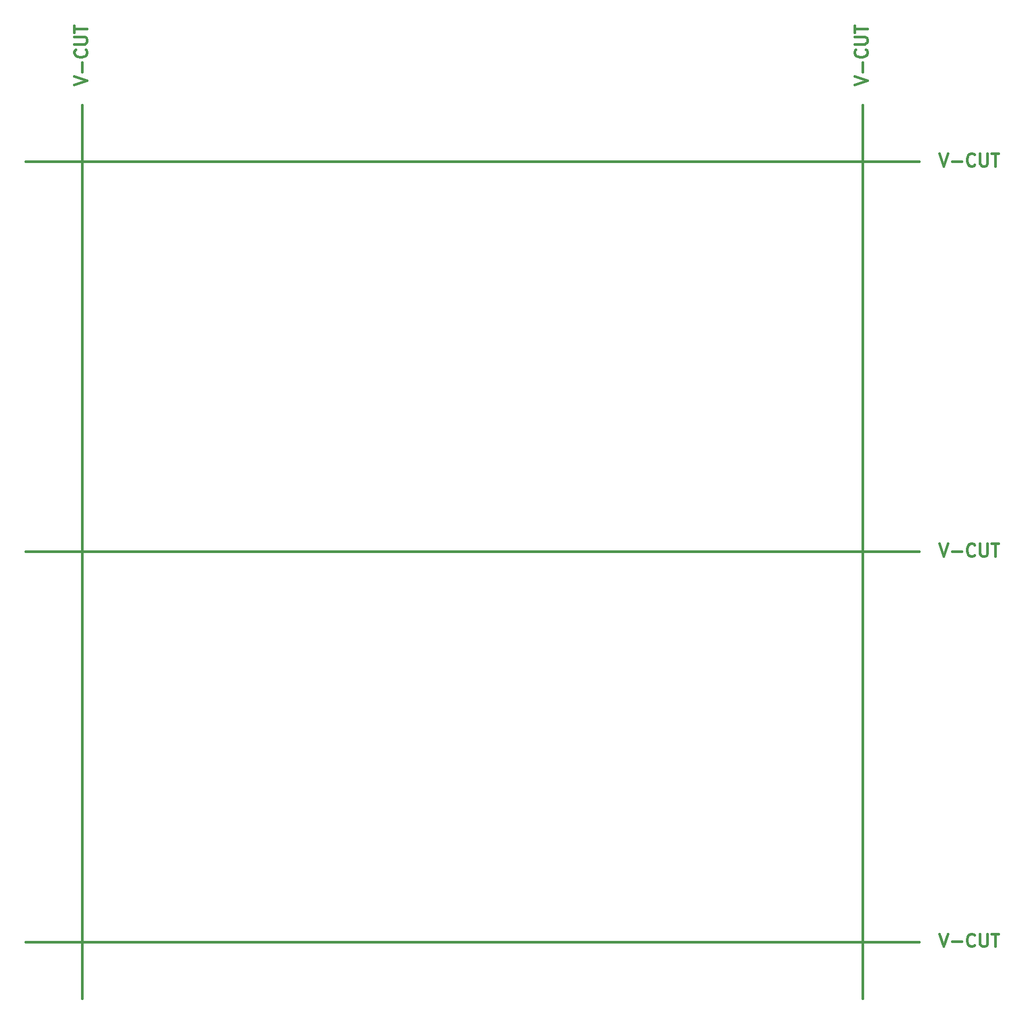
<source format=gbr>
G04 #@! TF.GenerationSoftware,KiCad,Pcbnew,7.0.0-da2b9df05c~165~ubuntu22.04.1*
G04 #@! TF.CreationDate,2023-04-26T22:06:21+00:00*
G04 #@! TF.ProjectId,pcb-panel,7063622d-7061-46e6-956c-2e6b69636164,5.0*
G04 #@! TF.SameCoordinates,Original*
G04 #@! TF.FileFunction,Other,Comment*
%FSLAX46Y46*%
G04 Gerber Fmt 4.6, Leading zero omitted, Abs format (unit mm)*
G04 Created by KiCad (PCBNEW 7.0.0-da2b9df05c~165~ubuntu22.04.1) date 2023-04-26 22:06:21*
%MOMM*%
%LPD*%
G01*
G04 APERTURE LIST*
%ADD10C,0.400000*%
G04 APERTURE END LIST*
D10*
X-3000000Y130000004D02*
X139000004Y130000004D01*
X6000002Y139000005D02*
X6000002Y-3000000D01*
X-3000000Y6000004D02*
X139000004Y6000004D01*
X-3000000Y68000004D02*
X139000004Y68000004D01*
X130000002Y139000005D02*
X130000002Y-3000000D01*
X4734763Y142190482D02*
X6734763Y142857148D01*
X6734763Y142857148D02*
X4734763Y143523815D01*
X5972859Y144190482D02*
X5972859Y145714291D01*
X6544287Y147809529D02*
X6639525Y147714291D01*
X6639525Y147714291D02*
X6734763Y147428577D01*
X6734763Y147428577D02*
X6734763Y147238101D01*
X6734763Y147238101D02*
X6639525Y146952386D01*
X6639525Y146952386D02*
X6449049Y146761910D01*
X6449049Y146761910D02*
X6258573Y146666672D01*
X6258573Y146666672D02*
X5877621Y146571434D01*
X5877621Y146571434D02*
X5591906Y146571434D01*
X5591906Y146571434D02*
X5210954Y146666672D01*
X5210954Y146666672D02*
X5020478Y146761910D01*
X5020478Y146761910D02*
X4830002Y146952386D01*
X4830002Y146952386D02*
X4734763Y147238101D01*
X4734763Y147238101D02*
X4734763Y147428577D01*
X4734763Y147428577D02*
X4830002Y147714291D01*
X4830002Y147714291D02*
X4925240Y147809529D01*
X4734763Y148666672D02*
X6353811Y148666672D01*
X6353811Y148666672D02*
X6544287Y148761910D01*
X6544287Y148761910D02*
X6639525Y148857148D01*
X6639525Y148857148D02*
X6734763Y149047624D01*
X6734763Y149047624D02*
X6734763Y149428577D01*
X6734763Y149428577D02*
X6639525Y149619053D01*
X6639525Y149619053D02*
X6544287Y149714291D01*
X6544287Y149714291D02*
X6353811Y149809529D01*
X6353811Y149809529D02*
X4734763Y149809529D01*
X4734763Y150476196D02*
X4734763Y151619053D01*
X6734763Y151047624D02*
X4734763Y151047624D01*
X128734763Y142190482D02*
X130734763Y142857148D01*
X130734763Y142857148D02*
X128734763Y143523815D01*
X129972859Y144190482D02*
X129972859Y145714291D01*
X130544287Y147809529D02*
X130639525Y147714291D01*
X130639525Y147714291D02*
X130734763Y147428577D01*
X130734763Y147428577D02*
X130734763Y147238101D01*
X130734763Y147238101D02*
X130639525Y146952386D01*
X130639525Y146952386D02*
X130449049Y146761910D01*
X130449049Y146761910D02*
X130258573Y146666672D01*
X130258573Y146666672D02*
X129877621Y146571434D01*
X129877621Y146571434D02*
X129591906Y146571434D01*
X129591906Y146571434D02*
X129210954Y146666672D01*
X129210954Y146666672D02*
X129020478Y146761910D01*
X129020478Y146761910D02*
X128830002Y146952386D01*
X128830002Y146952386D02*
X128734763Y147238101D01*
X128734763Y147238101D02*
X128734763Y147428577D01*
X128734763Y147428577D02*
X128830002Y147714291D01*
X128830002Y147714291D02*
X128925240Y147809529D01*
X128734763Y148666672D02*
X130353811Y148666672D01*
X130353811Y148666672D02*
X130544287Y148761910D01*
X130544287Y148761910D02*
X130639525Y148857148D01*
X130639525Y148857148D02*
X130734763Y149047624D01*
X130734763Y149047624D02*
X130734763Y149428577D01*
X130734763Y149428577D02*
X130639525Y149619053D01*
X130639525Y149619053D02*
X130544287Y149714291D01*
X130544287Y149714291D02*
X130353811Y149809529D01*
X130353811Y149809529D02*
X128734763Y149809529D01*
X128734763Y150476196D02*
X128734763Y151619053D01*
X130734763Y151047624D02*
X128734763Y151047624D01*
X142190480Y69265243D02*
X142857146Y67265243D01*
X142857146Y67265243D02*
X143523813Y69265243D01*
X144190480Y68027147D02*
X145714290Y68027147D01*
X147809527Y67455719D02*
X147714289Y67360481D01*
X147714289Y67360481D02*
X147428575Y67265243D01*
X147428575Y67265243D02*
X147238099Y67265243D01*
X147238099Y67265243D02*
X146952384Y67360481D01*
X146952384Y67360481D02*
X146761908Y67550957D01*
X146761908Y67550957D02*
X146666670Y67741433D01*
X146666670Y67741433D02*
X146571432Y68122385D01*
X146571432Y68122385D02*
X146571432Y68408100D01*
X146571432Y68408100D02*
X146666670Y68789052D01*
X146666670Y68789052D02*
X146761908Y68979528D01*
X146761908Y68979528D02*
X146952384Y69170004D01*
X146952384Y69170004D02*
X147238099Y69265243D01*
X147238099Y69265243D02*
X147428575Y69265243D01*
X147428575Y69265243D02*
X147714289Y69170004D01*
X147714289Y69170004D02*
X147809527Y69074766D01*
X148666670Y69265243D02*
X148666670Y67646195D01*
X148666670Y67646195D02*
X148761908Y67455719D01*
X148761908Y67455719D02*
X148857146Y67360481D01*
X148857146Y67360481D02*
X149047622Y67265243D01*
X149047622Y67265243D02*
X149428575Y67265243D01*
X149428575Y67265243D02*
X149619051Y67360481D01*
X149619051Y67360481D02*
X149714289Y67455719D01*
X149714289Y67455719D02*
X149809527Y67646195D01*
X149809527Y67646195D02*
X149809527Y69265243D01*
X150476194Y69265243D02*
X151619051Y69265243D01*
X151047622Y67265243D02*
X151047622Y69265243D01*
X142190480Y131265243D02*
X142857146Y129265243D01*
X142857146Y129265243D02*
X143523813Y131265243D01*
X144190480Y130027147D02*
X145714290Y130027147D01*
X147809527Y129455719D02*
X147714289Y129360481D01*
X147714289Y129360481D02*
X147428575Y129265243D01*
X147428575Y129265243D02*
X147238099Y129265243D01*
X147238099Y129265243D02*
X146952384Y129360481D01*
X146952384Y129360481D02*
X146761908Y129550957D01*
X146761908Y129550957D02*
X146666670Y129741433D01*
X146666670Y129741433D02*
X146571432Y130122385D01*
X146571432Y130122385D02*
X146571432Y130408100D01*
X146571432Y130408100D02*
X146666670Y130789052D01*
X146666670Y130789052D02*
X146761908Y130979528D01*
X146761908Y130979528D02*
X146952384Y131170004D01*
X146952384Y131170004D02*
X147238099Y131265243D01*
X147238099Y131265243D02*
X147428575Y131265243D01*
X147428575Y131265243D02*
X147714289Y131170004D01*
X147714289Y131170004D02*
X147809527Y131074766D01*
X148666670Y131265243D02*
X148666670Y129646195D01*
X148666670Y129646195D02*
X148761908Y129455719D01*
X148761908Y129455719D02*
X148857146Y129360481D01*
X148857146Y129360481D02*
X149047622Y129265243D01*
X149047622Y129265243D02*
X149428575Y129265243D01*
X149428575Y129265243D02*
X149619051Y129360481D01*
X149619051Y129360481D02*
X149714289Y129455719D01*
X149714289Y129455719D02*
X149809527Y129646195D01*
X149809527Y129646195D02*
X149809527Y131265243D01*
X150476194Y131265243D02*
X151619051Y131265243D01*
X151047622Y129265243D02*
X151047622Y131265243D01*
X142190480Y7265243D02*
X142857146Y5265243D01*
X142857146Y5265243D02*
X143523813Y7265243D01*
X144190480Y6027147D02*
X145714290Y6027147D01*
X147809527Y5455719D02*
X147714289Y5360481D01*
X147714289Y5360481D02*
X147428575Y5265243D01*
X147428575Y5265243D02*
X147238099Y5265243D01*
X147238099Y5265243D02*
X146952384Y5360481D01*
X146952384Y5360481D02*
X146761908Y5550957D01*
X146761908Y5550957D02*
X146666670Y5741433D01*
X146666670Y5741433D02*
X146571432Y6122385D01*
X146571432Y6122385D02*
X146571432Y6408100D01*
X146571432Y6408100D02*
X146666670Y6789052D01*
X146666670Y6789052D02*
X146761908Y6979528D01*
X146761908Y6979528D02*
X146952384Y7170004D01*
X146952384Y7170004D02*
X147238099Y7265243D01*
X147238099Y7265243D02*
X147428575Y7265243D01*
X147428575Y7265243D02*
X147714289Y7170004D01*
X147714289Y7170004D02*
X147809527Y7074766D01*
X148666670Y7265243D02*
X148666670Y5646195D01*
X148666670Y5646195D02*
X148761908Y5455719D01*
X148761908Y5455719D02*
X148857146Y5360481D01*
X148857146Y5360481D02*
X149047622Y5265243D01*
X149047622Y5265243D02*
X149428575Y5265243D01*
X149428575Y5265243D02*
X149619051Y5360481D01*
X149619051Y5360481D02*
X149714289Y5455719D01*
X149714289Y5455719D02*
X149809527Y5646195D01*
X149809527Y5646195D02*
X149809527Y7265243D01*
X150476194Y7265243D02*
X151619051Y7265243D01*
X151047622Y5265243D02*
X151047622Y7265243D01*
M02*

</source>
